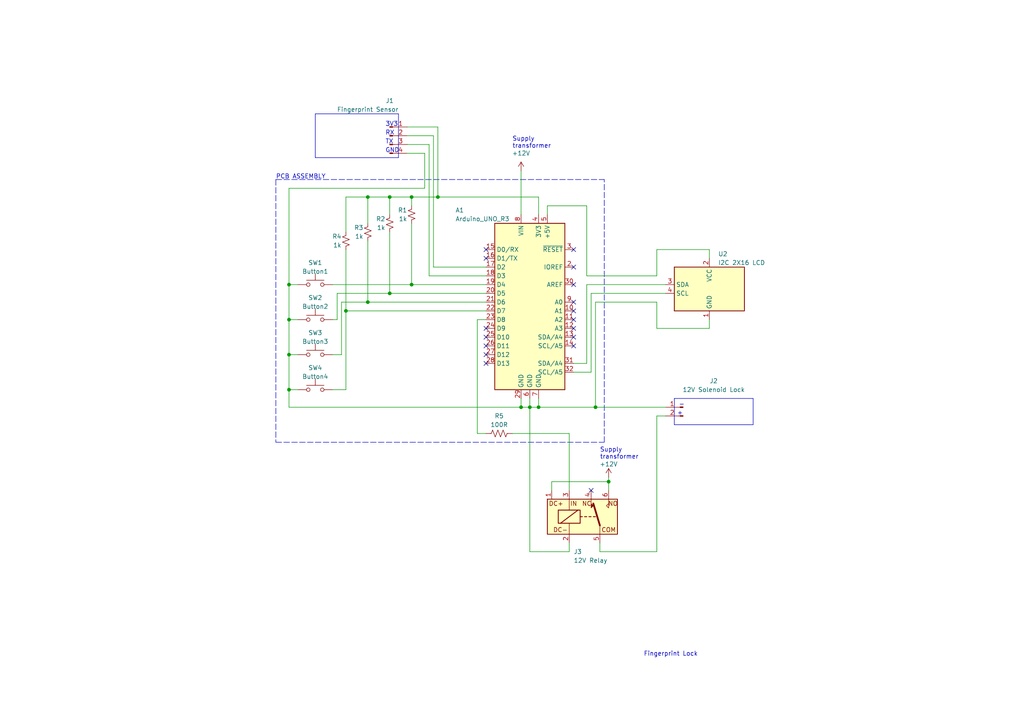
<source format=kicad_sch>
(kicad_sch (version 20211123) (generator eeschema)

  (uuid 320ddaa5-7127-4312-b78a-3a12faee174f)

  (paper "A4")

  (lib_symbols
    (symbol "Connector:Conn_01x02_Male" (pin_names (offset 1.016) hide) (in_bom yes) (on_board yes)
      (property "Reference" "J" (id 0) (at 0 2.54 0)
        (effects (font (size 1.27 1.27)))
      )
      (property "Value" "Conn_01x02_Male" (id 1) (at 0 -5.08 0)
        (effects (font (size 1.27 1.27)))
      )
      (property "Footprint" "" (id 2) (at 0 0 0)
        (effects (font (size 1.27 1.27)) hide)
      )
      (property "Datasheet" "~" (id 3) (at 0 0 0)
        (effects (font (size 1.27 1.27)) hide)
      )
      (property "ki_keywords" "connector" (id 4) (at 0 0 0)
        (effects (font (size 1.27 1.27)) hide)
      )
      (property "ki_description" "Generic connector, single row, 01x02, script generated (kicad-library-utils/schlib/autogen/connector/)" (id 5) (at 0 0 0)
        (effects (font (size 1.27 1.27)) hide)
      )
      (property "ki_fp_filters" "Connector*:*_1x??_*" (id 6) (at 0 0 0)
        (effects (font (size 1.27 1.27)) hide)
      )
      (symbol "Conn_01x02_Male_1_1"
        (polyline
          (pts
            (xy 1.27 -2.54)
            (xy 0.8636 -2.54)
          )
          (stroke (width 0.1524) (type default) (color 0 0 0 0))
          (fill (type none))
        )
        (polyline
          (pts
            (xy 1.27 0)
            (xy 0.8636 0)
          )
          (stroke (width 0.1524) (type default) (color 0 0 0 0))
          (fill (type none))
        )
        (rectangle (start 0.8636 -2.413) (end 0 -2.667)
          (stroke (width 0.1524) (type default) (color 0 0 0 0))
          (fill (type outline))
        )
        (rectangle (start 0.8636 0.127) (end 0 -0.127)
          (stroke (width 0.1524) (type default) (color 0 0 0 0))
          (fill (type outline))
        )
        (pin passive line (at 5.08 0 180) (length 3.81)
          (name "Pin_1" (effects (font (size 1.27 1.27))))
          (number "1" (effects (font (size 1.27 1.27))))
        )
        (pin passive line (at 5.08 -2.54 180) (length 3.81)
          (name "Pin_2" (effects (font (size 1.27 1.27))))
          (number "2" (effects (font (size 1.27 1.27))))
        )
      )
    )
    (symbol "Connector:Conn_01x04_Male" (pin_names (offset 1.016) hide) (in_bom yes) (on_board yes)
      (property "Reference" "J" (id 0) (at 0 5.08 0)
        (effects (font (size 1.27 1.27)))
      )
      (property "Value" "Conn_01x04_Male" (id 1) (at 0 -7.62 0)
        (effects (font (size 1.27 1.27)))
      )
      (property "Footprint" "" (id 2) (at 0 0 0)
        (effects (font (size 1.27 1.27)) hide)
      )
      (property "Datasheet" "~" (id 3) (at 0 0 0)
        (effects (font (size 1.27 1.27)) hide)
      )
      (property "ki_keywords" "connector" (id 4) (at 0 0 0)
        (effects (font (size 1.27 1.27)) hide)
      )
      (property "ki_description" "Generic connector, single row, 01x04, script generated (kicad-library-utils/schlib/autogen/connector/)" (id 5) (at 0 0 0)
        (effects (font (size 1.27 1.27)) hide)
      )
      (property "ki_fp_filters" "Connector*:*_1x??_*" (id 6) (at 0 0 0)
        (effects (font (size 1.27 1.27)) hide)
      )
      (symbol "Conn_01x04_Male_1_1"
        (polyline
          (pts
            (xy 1.27 -5.08)
            (xy 0.8636 -5.08)
          )
          (stroke (width 0.1524) (type default) (color 0 0 0 0))
          (fill (type none))
        )
        (polyline
          (pts
            (xy 1.27 -2.54)
            (xy 0.8636 -2.54)
          )
          (stroke (width 0.1524) (type default) (color 0 0 0 0))
          (fill (type none))
        )
        (polyline
          (pts
            (xy 1.27 0)
            (xy 0.8636 0)
          )
          (stroke (width 0.1524) (type default) (color 0 0 0 0))
          (fill (type none))
        )
        (polyline
          (pts
            (xy 1.27 2.54)
            (xy 0.8636 2.54)
          )
          (stroke (width 0.1524) (type default) (color 0 0 0 0))
          (fill (type none))
        )
        (rectangle (start 0.8636 -4.953) (end 0 -5.207)
          (stroke (width 0.1524) (type default) (color 0 0 0 0))
          (fill (type outline))
        )
        (rectangle (start 0.8636 -2.413) (end 0 -2.667)
          (stroke (width 0.1524) (type default) (color 0 0 0 0))
          (fill (type outline))
        )
        (rectangle (start 0.8636 0.127) (end 0 -0.127)
          (stroke (width 0.1524) (type default) (color 0 0 0 0))
          (fill (type outline))
        )
        (rectangle (start 0.8636 2.667) (end 0 2.413)
          (stroke (width 0.1524) (type default) (color 0 0 0 0))
          (fill (type outline))
        )
        (pin passive line (at 5.08 2.54 180) (length 3.81)
          (name "Pin_1" (effects (font (size 1.27 1.27))))
          (number "1" (effects (font (size 1.27 1.27))))
        )
        (pin passive line (at 5.08 0 180) (length 3.81)
          (name "Pin_2" (effects (font (size 1.27 1.27))))
          (number "2" (effects (font (size 1.27 1.27))))
        )
        (pin passive line (at 5.08 -2.54 180) (length 3.81)
          (name "Pin_3" (effects (font (size 1.27 1.27))))
          (number "3" (effects (font (size 1.27 1.27))))
        )
        (pin passive line (at 5.08 -5.08 180) (length 3.81)
          (name "Pin_4" (effects (font (size 1.27 1.27))))
          (number "4" (effects (font (size 1.27 1.27))))
        )
      )
    )
    (symbol "Device:R_Small_US" (pin_numbers hide) (pin_names (offset 0.254) hide) (in_bom yes) (on_board yes)
      (property "Reference" "R" (id 0) (at 0.762 0.508 0)
        (effects (font (size 1.27 1.27)) (justify left))
      )
      (property "Value" "R_Small_US" (id 1) (at 0.762 -1.016 0)
        (effects (font (size 1.27 1.27)) (justify left))
      )
      (property "Footprint" "" (id 2) (at 0 0 0)
        (effects (font (size 1.27 1.27)) hide)
      )
      (property "Datasheet" "~" (id 3) (at 0 0 0)
        (effects (font (size 1.27 1.27)) hide)
      )
      (property "ki_keywords" "r resistor" (id 4) (at 0 0 0)
        (effects (font (size 1.27 1.27)) hide)
      )
      (property "ki_description" "Resistor, small US symbol" (id 5) (at 0 0 0)
        (effects (font (size 1.27 1.27)) hide)
      )
      (property "ki_fp_filters" "R_*" (id 6) (at 0 0 0)
        (effects (font (size 1.27 1.27)) hide)
      )
      (symbol "R_Small_US_1_1"
        (polyline
          (pts
            (xy 0 0)
            (xy 1.016 -0.381)
            (xy 0 -0.762)
            (xy -1.016 -1.143)
            (xy 0 -1.524)
          )
          (stroke (width 0) (type default) (color 0 0 0 0))
          (fill (type none))
        )
        (polyline
          (pts
            (xy 0 1.524)
            (xy 1.016 1.143)
            (xy 0 0.762)
            (xy -1.016 0.381)
            (xy 0 0)
          )
          (stroke (width 0) (type default) (color 0 0 0 0))
          (fill (type none))
        )
        (pin passive line (at 0 2.54 270) (length 1.016)
          (name "~" (effects (font (size 1.27 1.27))))
          (number "1" (effects (font (size 1.27 1.27))))
        )
        (pin passive line (at 0 -2.54 90) (length 1.016)
          (name "~" (effects (font (size 1.27 1.27))))
          (number "2" (effects (font (size 1.27 1.27))))
        )
      )
    )
    (symbol "Device:R_US" (pin_numbers hide) (pin_names (offset 0)) (in_bom yes) (on_board yes)
      (property "Reference" "R" (id 0) (at 2.54 0 90)
        (effects (font (size 1.27 1.27)))
      )
      (property "Value" "R_US" (id 1) (at -2.54 0 90)
        (effects (font (size 1.27 1.27)))
      )
      (property "Footprint" "" (id 2) (at 1.016 -0.254 90)
        (effects (font (size 1.27 1.27)) hide)
      )
      (property "Datasheet" "~" (id 3) (at 0 0 0)
        (effects (font (size 1.27 1.27)) hide)
      )
      (property "ki_keywords" "R res resistor" (id 4) (at 0 0 0)
        (effects (font (size 1.27 1.27)) hide)
      )
      (property "ki_description" "Resistor, US symbol" (id 5) (at 0 0 0)
        (effects (font (size 1.27 1.27)) hide)
      )
      (property "ki_fp_filters" "R_*" (id 6) (at 0 0 0)
        (effects (font (size 1.27 1.27)) hide)
      )
      (symbol "R_US_0_1"
        (polyline
          (pts
            (xy 0 -2.286)
            (xy 0 -2.54)
          )
          (stroke (width 0) (type default) (color 0 0 0 0))
          (fill (type none))
        )
        (polyline
          (pts
            (xy 0 2.286)
            (xy 0 2.54)
          )
          (stroke (width 0) (type default) (color 0 0 0 0))
          (fill (type none))
        )
        (polyline
          (pts
            (xy 0 -0.762)
            (xy 1.016 -1.143)
            (xy 0 -1.524)
            (xy -1.016 -1.905)
            (xy 0 -2.286)
          )
          (stroke (width 0) (type default) (color 0 0 0 0))
          (fill (type none))
        )
        (polyline
          (pts
            (xy 0 0.762)
            (xy 1.016 0.381)
            (xy 0 0)
            (xy -1.016 -0.381)
            (xy 0 -0.762)
          )
          (stroke (width 0) (type default) (color 0 0 0 0))
          (fill (type none))
        )
        (polyline
          (pts
            (xy 0 2.286)
            (xy 1.016 1.905)
            (xy 0 1.524)
            (xy -1.016 1.143)
            (xy 0 0.762)
          )
          (stroke (width 0) (type default) (color 0 0 0 0))
          (fill (type none))
        )
      )
      (symbol "R_US_1_1"
        (pin passive line (at 0 3.81 270) (length 1.27)
          (name "~" (effects (font (size 1.27 1.27))))
          (number "1" (effects (font (size 1.27 1.27))))
        )
        (pin passive line (at 0 -3.81 90) (length 1.27)
          (name "~" (effects (font (size 1.27 1.27))))
          (number "2" (effects (font (size 1.27 1.27))))
        )
      )
    )
    (symbol "Display_Character:NHD-C0220BIZ" (in_bom yes) (on_board yes)
      (property "Reference" "U2" (id 0) (at 13.97 6.35 0)
        (effects (font (size 1.27 1.27)) (justify left))
      )
      (property "Value" "I2C 2X16 LCD" (id 1) (at 13.97 3.81 0)
        (effects (font (size 1.27 1.27)) (justify left))
      )
      (property "Footprint" "Display:NHD-C0220BiZ" (id 2) (at 2.54 -16.51 0)
        (effects (font (size 1.27 1.27)) hide)
      )
      (property "Datasheet" "http://www.newhavendisplay.com/specs/NHD-C0220BiZ-FSW-FBW-3V3M.pdf" (id 3) (at -8.89 29.21 0)
        (effects (font (size 1.27 1.27)) hide)
      )
      (property "ki_keywords" "display LCD 20x2" (id 4) (at 0 0 0)
        (effects (font (size 1.27 1.27)) hide)
      )
      (property "ki_description" "LCD 20x2 Alphanumeric 10pin Blue/White/Green Backlight, i2c, 3.3V VDD" (id 5) (at 0 0 0)
        (effects (font (size 1.27 1.27)) hide)
      )
      (property "ki_fp_filters" "NHD*C0220BiZ*" (id 6) (at 0 0 0)
        (effects (font (size 1.27 1.27)) hide)
      )
      (symbol "NHD-C0220BIZ_0_1"
        (rectangle (start -7.62 7.62) (end 12.7 -5.08)
          (stroke (width 0.254) (type default) (color 0 0 0 0))
          (fill (type background))
        )
      )
      (symbol "NHD-C0220BIZ_1_1"
        (pin passive line (at 2.54 -7.62 90) (length 2.54)
          (name "GND" (effects (font (size 1.27 1.27))))
          (number "1" (effects (font (size 1.27 1.27))))
        )
        (pin power_in line (at 2.54 10.16 270) (length 2.54)
          (name "VCC" (effects (font (size 1.27 1.27))))
          (number "2" (effects (font (size 1.27 1.27))))
        )
        (pin bidirectional line (at -10.16 2.54 0) (length 2.54)
          (name "SDA" (effects (font (size 1.27 1.27))))
          (number "3" (effects (font (size 1.27 1.27))))
        )
        (pin input line (at -10.16 0 0) (length 2.54)
          (name "SCL" (effects (font (size 1.27 1.27))))
          (number "4" (effects (font (size 1.27 1.27))))
        )
      )
    )
    (symbol "MCU_Module:Arduino_UNO_R3" (in_bom yes) (on_board yes)
      (property "Reference" "A" (id 0) (at -10.16 23.495 0)
        (effects (font (size 1.27 1.27)) (justify left bottom))
      )
      (property "Value" "Arduino_UNO_R3" (id 1) (at 5.08 -26.67 0)
        (effects (font (size 1.27 1.27)) (justify left top))
      )
      (property "Footprint" "Module:Arduino_UNO_R3" (id 2) (at 0 0 0)
        (effects (font (size 1.27 1.27) italic) hide)
      )
      (property "Datasheet" "https://www.arduino.cc/en/Main/arduinoBoardUno" (id 3) (at 0 0 0)
        (effects (font (size 1.27 1.27)) hide)
      )
      (property "ki_keywords" "Arduino UNO R3 Microcontroller Module Atmel AVR USB" (id 4) (at 0 0 0)
        (effects (font (size 1.27 1.27)) hide)
      )
      (property "ki_description" "Arduino UNO Microcontroller Module, release 3" (id 5) (at 0 0 0)
        (effects (font (size 1.27 1.27)) hide)
      )
      (property "ki_fp_filters" "Arduino*UNO*R3*" (id 6) (at 0 0 0)
        (effects (font (size 1.27 1.27)) hide)
      )
      (symbol "Arduino_UNO_R3_0_1"
        (rectangle (start -10.16 22.86) (end 10.16 -25.4)
          (stroke (width 0.254) (type default) (color 0 0 0 0))
          (fill (type background))
        )
      )
      (symbol "Arduino_UNO_R3_1_1"
        (pin no_connect line (at -10.16 -20.32 0) (length 2.54) hide
          (name "NC" (effects (font (size 1.27 1.27))))
          (number "1" (effects (font (size 1.27 1.27))))
        )
        (pin bidirectional line (at 12.7 -2.54 180) (length 2.54)
          (name "A1" (effects (font (size 1.27 1.27))))
          (number "10" (effects (font (size 1.27 1.27))))
        )
        (pin bidirectional line (at 12.7 -5.08 180) (length 2.54)
          (name "A2" (effects (font (size 1.27 1.27))))
          (number "11" (effects (font (size 1.27 1.27))))
        )
        (pin bidirectional line (at 12.7 -7.62 180) (length 2.54)
          (name "A3" (effects (font (size 1.27 1.27))))
          (number "12" (effects (font (size 1.27 1.27))))
        )
        (pin bidirectional line (at 12.7 -10.16 180) (length 2.54)
          (name "SDA/A4" (effects (font (size 1.27 1.27))))
          (number "13" (effects (font (size 1.27 1.27))))
        )
        (pin bidirectional line (at 12.7 -12.7 180) (length 2.54)
          (name "SCL/A5" (effects (font (size 1.27 1.27))))
          (number "14" (effects (font (size 1.27 1.27))))
        )
        (pin bidirectional line (at -12.7 15.24 0) (length 2.54)
          (name "D0/RX" (effects (font (size 1.27 1.27))))
          (number "15" (effects (font (size 1.27 1.27))))
        )
        (pin bidirectional line (at -12.7 12.7 0) (length 2.54)
          (name "D1/TX" (effects (font (size 1.27 1.27))))
          (number "16" (effects (font (size 1.27 1.27))))
        )
        (pin bidirectional line (at -12.7 10.16 0) (length 2.54)
          (name "D2" (effects (font (size 1.27 1.27))))
          (number "17" (effects (font (size 1.27 1.27))))
        )
        (pin bidirectional line (at -12.7 7.62 0) (length 2.54)
          (name "D3" (effects (font (size 1.27 1.27))))
          (number "18" (effects (font (size 1.27 1.27))))
        )
        (pin bidirectional line (at -12.7 5.08 0) (length 2.54)
          (name "D4" (effects (font (size 1.27 1.27))))
          (number "19" (effects (font (size 1.27 1.27))))
        )
        (pin output line (at 12.7 10.16 180) (length 2.54)
          (name "IOREF" (effects (font (size 1.27 1.27))))
          (number "2" (effects (font (size 1.27 1.27))))
        )
        (pin bidirectional line (at -12.7 2.54 0) (length 2.54)
          (name "D5" (effects (font (size 1.27 1.27))))
          (number "20" (effects (font (size 1.27 1.27))))
        )
        (pin bidirectional line (at -12.7 0 0) (length 2.54)
          (name "D6" (effects (font (size 1.27 1.27))))
          (number "21" (effects (font (size 1.27 1.27))))
        )
        (pin bidirectional line (at -12.7 -2.54 0) (length 2.54)
          (name "D7" (effects (font (size 1.27 1.27))))
          (number "22" (effects (font (size 1.27 1.27))))
        )
        (pin bidirectional line (at -12.7 -5.08 0) (length 2.54)
          (name "D8" (effects (font (size 1.27 1.27))))
          (number "23" (effects (font (size 1.27 1.27))))
        )
        (pin bidirectional line (at -12.7 -7.62 0) (length 2.54)
          (name "D9" (effects (font (size 1.27 1.27))))
          (number "24" (effects (font (size 1.27 1.27))))
        )
        (pin bidirectional line (at -12.7 -10.16 0) (length 2.54)
          (name "D10" (effects (font (size 1.27 1.27))))
          (number "25" (effects (font (size 1.27 1.27))))
        )
        (pin bidirectional line (at -12.7 -12.7 0) (length 2.54)
          (name "D11" (effects (font (size 1.27 1.27))))
          (number "26" (effects (font (size 1.27 1.27))))
        )
        (pin bidirectional line (at -12.7 -15.24 0) (length 2.54)
          (name "D12" (effects (font (size 1.27 1.27))))
          (number "27" (effects (font (size 1.27 1.27))))
        )
        (pin bidirectional line (at -12.7 -17.78 0) (length 2.54)
          (name "D13" (effects (font (size 1.27 1.27))))
          (number "28" (effects (font (size 1.27 1.27))))
        )
        (pin power_in line (at -2.54 -27.94 90) (length 2.54)
          (name "GND" (effects (font (size 1.27 1.27))))
          (number "29" (effects (font (size 1.27 1.27))))
        )
        (pin input line (at 12.7 15.24 180) (length 2.54)
          (name "~{RESET}" (effects (font (size 1.27 1.27))))
          (number "3" (effects (font (size 1.27 1.27))))
        )
        (pin input line (at 12.7 5.08 180) (length 2.54)
          (name "AREF" (effects (font (size 1.27 1.27))))
          (number "30" (effects (font (size 1.27 1.27))))
        )
        (pin bidirectional line (at 12.7 -17.78 180) (length 2.54)
          (name "SDA/A4" (effects (font (size 1.27 1.27))))
          (number "31" (effects (font (size 1.27 1.27))))
        )
        (pin bidirectional line (at 12.7 -20.32 180) (length 2.54)
          (name "SCL/A5" (effects (font (size 1.27 1.27))))
          (number "32" (effects (font (size 1.27 1.27))))
        )
        (pin power_out line (at 2.54 25.4 270) (length 2.54)
          (name "3V3" (effects (font (size 1.27 1.27))))
          (number "4" (effects (font (size 1.27 1.27))))
        )
        (pin power_out line (at 5.08 25.4 270) (length 2.54)
          (name "+5V" (effects (font (size 1.27 1.27))))
          (number "5" (effects (font (size 1.27 1.27))))
        )
        (pin power_in line (at 0 -27.94 90) (length 2.54)
          (name "GND" (effects (font (size 1.27 1.27))))
          (number "6" (effects (font (size 1.27 1.27))))
        )
        (pin power_in line (at 2.54 -27.94 90) (length 2.54)
          (name "GND" (effects (font (size 1.27 1.27))))
          (number "7" (effects (font (size 1.27 1.27))))
        )
        (pin power_in line (at -2.54 25.4 270) (length 2.54)
          (name "VIN" (effects (font (size 1.27 1.27))))
          (number "8" (effects (font (size 1.27 1.27))))
        )
        (pin bidirectional line (at 12.7 0 180) (length 2.54)
          (name "A0" (effects (font (size 1.27 1.27))))
          (number "9" (effects (font (size 1.27 1.27))))
        )
      )
    )
    (symbol "Relay:HF3-56" (in_bom yes) (on_board yes)
      (property "Reference" "J3" (id 0) (at -20.32 2.54 0)
        (effects (font (size 1.27 1.27)) (justify left))
      )
      (property "Value" "12V Relay" (id 1) (at -20.32 0 0)
        (effects (font (size 1.27 1.27)) (justify left))
      )
      (property "Footprint" "Relay_SMD:Relay_SPDT_AXICOM_HF3Series_50ohms_Pitch1.27mm" (id 2) (at 16.51 -20.32 0)
        (effects (font (size 1.27 1.27)) hide)
      )
      (property "Datasheet" "http://hiqsdr.com/images/3/3e/Axicom-HF3.pdf" (id 3) (at 10.16 -22.86 0)
        (effects (font (size 1.27 1.27)) hide)
      )
      (property "ki_keywords" "Single Pole Relay SPDT" (id 4) (at 0 0 0)
        (effects (font (size 1.27 1.27)) hide)
      )
      (property "ki_description" "AXICOM HF3 relay, 3GHz, SPDT RF Switching Relay, 50ohm, 12Vdc, Single-Side Stable" (id 5) (at 0 0 0)
        (effects (font (size 1.27 1.27)) hide)
      )
      (property "ki_fp_filters" "Relay*SPDT*AXICOM*HF3Series*50ohms*Pitch1.27mm*" (id 6) (at 0 0 0)
        (effects (font (size 1.27 1.27)) hide)
      )
      (symbol "HF3-56_0_0"
        (polyline
          (pts
            (xy 7.62 5.08)
            (xy 7.62 2.54)
            (xy 6.985 3.175)
            (xy 7.62 3.81)
          )
          (stroke (width 0) (type default) (color 0 0 0 0))
          (fill (type none))
        )
        (text "COM" (at 7.62 -3.81 0)
          (effects (font (size 1.27 1.27)))
        )
        (text "DC+" (at -7.62 3.81 0)
          (effects (font (size 1.27 1.27)))
        )
        (text "DC-" (at -6.35 -3.81 0)
          (effects (font (size 1.27 1.27)))
        )
        (text "IN" (at -2.54 3.81 0)
          (effects (font (size 1.27 1.27)))
        )
        (text "NC" (at 1.27 3.81 0)
          (effects (font (size 1.27 1.27)))
        )
        (text "NO" (at 8.89 3.81 0)
          (effects (font (size 1.27 1.27)))
        )
      )
      (symbol "HF3-56_0_1"
        (rectangle (start -10.16 5.08) (end 10.16 -5.08)
          (stroke (width 0.254) (type default) (color 0 0 0 0))
          (fill (type background))
        )
        (rectangle (start -6.985 1.905) (end -0.635 -1.905)
          (stroke (width 0.254) (type default) (color 0 0 0 0))
          (fill (type none))
        )
        (polyline
          (pts
            (xy -6.35 -1.905)
            (xy -1.27 1.905)
          )
          (stroke (width 0.254) (type default) (color 0 0 0 0))
          (fill (type none))
        )
        (polyline
          (pts
            (xy -3.81 -5.08)
            (xy -3.81 -1.905)
          )
          (stroke (width 0) (type default) (color 0 0 0 0))
          (fill (type none))
        )
        (polyline
          (pts
            (xy -3.81 5.08)
            (xy -3.81 1.905)
          )
          (stroke (width 0) (type default) (color 0 0 0 0))
          (fill (type none))
        )
        (polyline
          (pts
            (xy -0.635 0)
            (xy 0 0)
          )
          (stroke (width 0.254) (type default) (color 0 0 0 0))
          (fill (type none))
        )
        (polyline
          (pts
            (xy 0.635 0)
            (xy 1.27 0)
          )
          (stroke (width 0.254) (type default) (color 0 0 0 0))
          (fill (type none))
        )
        (polyline
          (pts
            (xy 1.905 0)
            (xy 2.54 0)
          )
          (stroke (width 0.254) (type default) (color 0 0 0 0))
          (fill (type none))
        )
        (polyline
          (pts
            (xy 3.175 0)
            (xy 3.81 0)
          )
          (stroke (width 0.254) (type default) (color 0 0 0 0))
          (fill (type none))
        )
        (polyline
          (pts
            (xy 5.08 -2.54)
            (xy 3.175 3.81)
          )
          (stroke (width 0.508) (type default) (color 0 0 0 0))
          (fill (type none))
        )
        (polyline
          (pts
            (xy 5.08 -2.54)
            (xy 5.08 -5.08)
          )
          (stroke (width 0) (type default) (color 0 0 0 0))
          (fill (type none))
        )
        (polyline
          (pts
            (xy 2.54 5.08)
            (xy 2.54 2.54)
            (xy 3.175 3.175)
            (xy 2.54 3.81)
          )
          (stroke (width 0) (type default) (color 0 0 0 0))
          (fill (type outline))
        )
      )
      (symbol "HF3-56_1_1"
        (pin power_in line (at -8.89 7.62 270) (length 2.54)
          (name "~" (effects (font (size 1.27 1.27))))
          (number "1" (effects (font (size 1.27 1.27))))
        )
        (pin passive line (at -3.81 -7.62 90) (length 2.54)
          (name "~" (effects (font (size 1.27 1.27))))
          (number "2" (effects (font (size 1.27 1.27))))
        )
        (pin passive line (at -3.81 7.62 270) (length 2.54)
          (name "~" (effects (font (size 1.27 1.27))))
          (number "3" (effects (font (size 1.27 1.27))))
        )
        (pin passive line (at 2.54 7.62 270) (length 2.54)
          (name "~" (effects (font (size 1.27 1.27))))
          (number "4" (effects (font (size 1.27 1.27))))
        )
        (pin passive line (at 5.08 -7.62 90) (length 2.54)
          (name "~" (effects (font (size 1.27 1.27))))
          (number "5" (effects (font (size 1.27 1.27))))
        )
        (pin passive line (at 7.62 7.62 270) (length 2.54)
          (name "~" (effects (font (size 1.27 1.27))))
          (number "6" (effects (font (size 1.27 1.27))))
        )
      )
    )
    (symbol "Switch:SW_Push" (pin_numbers hide) (pin_names (offset 1.016) hide) (in_bom yes) (on_board yes)
      (property "Reference" "SW" (id 0) (at 1.27 2.54 0)
        (effects (font (size 1.27 1.27)) (justify left))
      )
      (property "Value" "SW_Push" (id 1) (at 0 -1.524 0)
        (effects (font (size 1.27 1.27)))
      )
      (property "Footprint" "" (id 2) (at 0 5.08 0)
        (effects (font (size 1.27 1.27)) hide)
      )
      (property "Datasheet" "~" (id 3) (at 0 5.08 0)
        (effects (font (size 1.27 1.27)) hide)
      )
      (property "ki_keywords" "switch normally-open pushbutton push-button" (id 4) (at 0 0 0)
        (effects (font (size 1.27 1.27)) hide)
      )
      (property "ki_description" "Push button switch, generic, two pins" (id 5) (at 0 0 0)
        (effects (font (size 1.27 1.27)) hide)
      )
      (symbol "SW_Push_0_1"
        (circle (center -2.032 0) (radius 0.508)
          (stroke (width 0) (type default) (color 0 0 0 0))
          (fill (type none))
        )
        (polyline
          (pts
            (xy 0 1.27)
            (xy 0 3.048)
          )
          (stroke (width 0) (type default) (color 0 0 0 0))
          (fill (type none))
        )
        (polyline
          (pts
            (xy 2.54 1.27)
            (xy -2.54 1.27)
          )
          (stroke (width 0) (type default) (color 0 0 0 0))
          (fill (type none))
        )
        (circle (center 2.032 0) (radius 0.508)
          (stroke (width 0) (type default) (color 0 0 0 0))
          (fill (type none))
        )
        (pin passive line (at -5.08 0 0) (length 2.54)
          (name "1" (effects (font (size 1.27 1.27))))
          (number "1" (effects (font (size 1.27 1.27))))
        )
        (pin passive line (at 5.08 0 180) (length 2.54)
          (name "2" (effects (font (size 1.27 1.27))))
          (number "2" (effects (font (size 1.27 1.27))))
        )
      )
    )
    (symbol "power:+12V" (power) (pin_names (offset 0)) (in_bom yes) (on_board yes)
      (property "Reference" "#PWR" (id 0) (at 0 -3.81 0)
        (effects (font (size 1.27 1.27)) hide)
      )
      (property "Value" "+12V" (id 1) (at 0 3.556 0)
        (effects (font (size 1.27 1.27)))
      )
      (property "Footprint" "" (id 2) (at 0 0 0)
        (effects (font (size 1.27 1.27)) hide)
      )
      (property "Datasheet" "" (id 3) (at 0 0 0)
        (effects (font (size 1.27 1.27)) hide)
      )
      (property "ki_keywords" "power-flag" (id 4) (at 0 0 0)
        (effects (font (size 1.27 1.27)) hide)
      )
      (property "ki_description" "Power symbol creates a global label with name \"+12V\"" (id 5) (at 0 0 0)
        (effects (font (size 1.27 1.27)) hide)
      )
      (symbol "+12V_0_1"
        (polyline
          (pts
            (xy -0.762 1.27)
            (xy 0 2.54)
          )
          (stroke (width 0) (type default) (color 0 0 0 0))
          (fill (type none))
        )
        (polyline
          (pts
            (xy 0 0)
            (xy 0 2.54)
          )
          (stroke (width 0) (type default) (color 0 0 0 0))
          (fill (type none))
        )
        (polyline
          (pts
            (xy 0 2.54)
            (xy 0.762 1.27)
          )
          (stroke (width 0) (type default) (color 0 0 0 0))
          (fill (type none))
        )
      )
      (symbol "+12V_1_1"
        (pin power_in line (at 0 0 90) (length 0) hide
          (name "+12V" (effects (font (size 1.27 1.27))))
          (number "1" (effects (font (size 1.27 1.27))))
        )
      )
    )
  )

  (junction (at 113.03 85.09) (diameter 0) (color 0 0 0 0)
    (uuid 04919992-7e84-4f35-a723-ac22004d3f25)
  )
  (junction (at 153.67 118.11) (diameter 0) (color 0 0 0 0)
    (uuid 09132eb7-fe25-45fe-946d-5da7e111a8fe)
  )
  (junction (at 83.82 82.55) (diameter 0) (color 0 0 0 0)
    (uuid 138a96f4-6793-4131-a26b-13889ba68580)
  )
  (junction (at 119.38 82.55) (diameter 0) (color 0 0 0 0)
    (uuid 1636f868-82ca-4ccf-b679-cc38b337af9b)
  )
  (junction (at 176.53 139.7) (diameter 0) (color 0 0 0 0)
    (uuid 41b8269a-30b8-445c-a83d-8269461ee058)
  )
  (junction (at 113.03 57.15) (diameter 0) (color 0 0 0 0)
    (uuid 48465d2a-4752-4f91-ab6e-a7ba636d01eb)
  )
  (junction (at 106.68 57.15) (diameter 0) (color 0 0 0 0)
    (uuid 57d1943e-2d8c-4cf9-9e77-32c13600654c)
  )
  (junction (at 83.82 102.87) (diameter 0) (color 0 0 0 0)
    (uuid 6bc22431-92ca-4d32-950b-5129dc2536ed)
  )
  (junction (at 127 57.15) (diameter 0) (color 0 0 0 0)
    (uuid 722eb957-bd15-4a29-9e09-52f9fa52fef8)
  )
  (junction (at 106.68 87.63) (diameter 0) (color 0 0 0 0)
    (uuid 782c8d51-b287-4759-b937-a89e90cef009)
  )
  (junction (at 83.82 92.71) (diameter 0) (color 0 0 0 0)
    (uuid 8008c7b4-21c3-49f5-af79-d32d67822cf8)
  )
  (junction (at 83.82 113.03) (diameter 0) (color 0 0 0 0)
    (uuid ac280f66-815b-461a-ac73-49bbc7968b11)
  )
  (junction (at 156.21 118.11) (diameter 0) (color 0 0 0 0)
    (uuid ae160713-d7a9-4a52-96ec-e1fb3a200de3)
  )
  (junction (at 100.33 90.17) (diameter 0) (color 0 0 0 0)
    (uuid b6606d40-9ab7-4fd9-b966-17446a601133)
  )
  (junction (at 172.72 118.11) (diameter 0) (color 0 0 0 0)
    (uuid c9300831-9dcd-4bef-9f9e-5eb3019bb073)
  )
  (junction (at 151.13 118.11) (diameter 0) (color 0 0 0 0)
    (uuid cb5ee15a-81b8-4cbe-a703-cc936f429557)
  )
  (junction (at 119.38 57.15) (diameter 0) (color 0 0 0 0)
    (uuid e22c4c97-17a1-42e7-bf99-fca3458ee374)
  )

  (no_connect (at 171.45 142.24) (uuid 38f713d5-8e5e-4117-908b-b9edc7532650))
  (no_connect (at 166.37 95.25) (uuid 47c74064-a35d-4bff-ba3d-80d2ce73ffe5))
  (no_connect (at 166.37 72.39) (uuid 62c67db6-73cc-4636-8693-6ec27e7c34a8))
  (no_connect (at 166.37 77.47) (uuid 62c67db6-73cc-4636-8693-6ec27e7c34a9))
  (no_connect (at 140.97 74.93) (uuid 62c67db6-73cc-4636-8693-6ec27e7c34aa))
  (no_connect (at 140.97 72.39) (uuid 62c67db6-73cc-4636-8693-6ec27e7c34ab))
  (no_connect (at 140.97 105.41) (uuid 62c67db6-73cc-4636-8693-6ec27e7c34ac))
  (no_connect (at 140.97 102.87) (uuid 62c67db6-73cc-4636-8693-6ec27e7c34ad))
  (no_connect (at 166.37 97.79) (uuid 62c67db6-73cc-4636-8693-6ec27e7c34af))
  (no_connect (at 166.37 100.33) (uuid 62c67db6-73cc-4636-8693-6ec27e7c34b0))
  (no_connect (at 166.37 82.55) (uuid 62c67db6-73cc-4636-8693-6ec27e7c34b1))
  (no_connect (at 140.97 100.33) (uuid 62c67db6-73cc-4636-8693-6ec27e7c34b2))
  (no_connect (at 140.97 95.25) (uuid 62c67db6-73cc-4636-8693-6ec27e7c34b7))
  (no_connect (at 140.97 97.79) (uuid 62c67db6-73cc-4636-8693-6ec27e7c34b8))
  (no_connect (at 166.37 87.63) (uuid 62f1f148-64f3-47bf-be50-bac914e8a157))
  (no_connect (at 166.37 92.71) (uuid 7a595a0e-8bae-423b-9dbb-c6a24fa4e3c8))
  (no_connect (at 166.37 90.17) (uuid c434cb81-f106-44b3-8d25-d41760e3f757))

  (wire (pts (xy 127 36.83) (xy 127 57.15))
    (stroke (width 0) (type default) (color 0 0 0 0))
    (uuid 02304ff3-7a6e-4498-a61d-8ef70ab12f05)
  )
  (wire (pts (xy 96.52 82.55) (xy 119.38 82.55))
    (stroke (width 0) (type default) (color 0 0 0 0))
    (uuid 07663862-3a09-430a-a258-e8eebae8bfb0)
  )
  (wire (pts (xy 96.52 102.87) (xy 99.06 102.87))
    (stroke (width 0) (type default) (color 0 0 0 0))
    (uuid 0787e074-1157-43ce-897a-93f53a8329a0)
  )
  (wire (pts (xy 106.68 69.85) (xy 106.68 87.63))
    (stroke (width 0) (type default) (color 0 0 0 0))
    (uuid 09ddb338-3537-4fad-adfd-2b294fa2dfba)
  )
  (wire (pts (xy 83.82 92.71) (xy 83.82 102.87))
    (stroke (width 0) (type default) (color 0 0 0 0))
    (uuid 10e2bbde-2808-477b-95b3-80fd36b734f0)
  )
  (wire (pts (xy 156.21 57.15) (xy 156.21 62.23))
    (stroke (width 0) (type default) (color 0 0 0 0))
    (uuid 115d8f0c-e02c-4bd8-9eaf-7306c519b99d)
  )
  (wire (pts (xy 100.33 113.03) (xy 100.33 90.17))
    (stroke (width 0) (type default) (color 0 0 0 0))
    (uuid 11f1c748-554c-459a-8589-c7541a6ec4f2)
  )
  (wire (pts (xy 83.82 54.61) (xy 83.82 82.55))
    (stroke (width 0) (type default) (color 0 0 0 0))
    (uuid 1356317c-5a23-41cf-854d-a5ae5cad70bc)
  )
  (wire (pts (xy 97.79 85.09) (xy 113.03 85.09))
    (stroke (width 0) (type default) (color 0 0 0 0))
    (uuid 14741961-228d-43e2-974a-05d6b234eed1)
  )
  (wire (pts (xy 193.04 120.65) (xy 190.5 120.65))
    (stroke (width 0) (type default) (color 0 0 0 0))
    (uuid 166046e0-467e-4e26-9e94-f1629ce893fe)
  )
  (wire (pts (xy 119.38 82.55) (xy 140.97 82.55))
    (stroke (width 0) (type default) (color 0 0 0 0))
    (uuid 17f32861-b0bf-41e4-b6fd-6efb26e2c83c)
  )
  (wire (pts (xy 113.03 57.15) (xy 119.38 57.15))
    (stroke (width 0) (type default) (color 0 0 0 0))
    (uuid 1a437dc7-d515-4868-a137-b9d631cfc42a)
  )
  (wire (pts (xy 190.5 72.39) (xy 205.74 72.39))
    (stroke (width 0) (type default) (color 0 0 0 0))
    (uuid 1b122868-b970-499f-b1a1-5bc8ceebfad3)
  )
  (wire (pts (xy 127 57.15) (xy 156.21 57.15))
    (stroke (width 0) (type default) (color 0 0 0 0))
    (uuid 1b439dee-f2b7-4d5d-b5a0-34f992b95b1b)
  )
  (wire (pts (xy 171.45 107.95) (xy 171.45 85.09))
    (stroke (width 0) (type default) (color 0 0 0 0))
    (uuid 1cdb3b8e-5d69-4b71-b64b-c8bc393c39b9)
  )
  (wire (pts (xy 170.18 82.55) (xy 193.04 82.55))
    (stroke (width 0) (type default) (color 0 0 0 0))
    (uuid 1d3de5de-bd98-4634-8341-891b97adbc7e)
  )
  (wire (pts (xy 190.5 120.65) (xy 190.5 160.02))
    (stroke (width 0) (type default) (color 0 0 0 0))
    (uuid 1faa931d-9e38-4bf3-a212-63ff16bbb3d7)
  )
  (polyline (pts (xy 91.44 33.02) (xy 115.57 33.02))
    (stroke (width 0) (type solid) (color 0 0 0 0))
    (uuid 1fb7354e-5ba8-4432-8a24-726698224c2a)
  )

  (wire (pts (xy 106.68 57.15) (xy 106.68 64.77))
    (stroke (width 0) (type default) (color 0 0 0 0))
    (uuid 243f63ef-d5a5-44e3-a333-d527565a3f05)
  )
  (wire (pts (xy 86.36 113.03) (xy 83.82 113.03))
    (stroke (width 0) (type default) (color 0 0 0 0))
    (uuid 24702fa3-b0e3-46a5-aab2-5ec018e6c73d)
  )
  (wire (pts (xy 170.18 80.01) (xy 190.5 80.01))
    (stroke (width 0) (type default) (color 0 0 0 0))
    (uuid 2573f9ca-31b7-4c5c-946a-8640f673741b)
  )
  (wire (pts (xy 205.74 95.25) (xy 205.74 92.71))
    (stroke (width 0) (type default) (color 0 0 0 0))
    (uuid 25c7cc32-26a8-4395-960f-866fc0fa48ea)
  )
  (polyline (pts (xy 91.44 45.72) (xy 91.44 33.02))
    (stroke (width 0) (type solid) (color 0 0 0 0))
    (uuid 275f13b7-0753-4478-97db-2ea5bbac2447)
  )

  (wire (pts (xy 119.38 57.15) (xy 127 57.15))
    (stroke (width 0) (type default) (color 0 0 0 0))
    (uuid 279a6a44-5c0d-4c49-98c0-31e7e060cd2e)
  )
  (wire (pts (xy 190.5 72.39) (xy 190.5 80.01))
    (stroke (width 0) (type default) (color 0 0 0 0))
    (uuid 2dfac21d-8770-470b-b521-f6b152e9713f)
  )
  (wire (pts (xy 106.68 57.15) (xy 113.03 57.15))
    (stroke (width 0) (type default) (color 0 0 0 0))
    (uuid 3659a7f8-2d26-45d4-b903-c2cd53987067)
  )
  (polyline (pts (xy 175.26 128.27) (xy 175.26 52.07))
    (stroke (width 0) (type dash) (color 0 0 0 0))
    (uuid 36e87bb9-0a87-4ed2-9776-3846ec8ae44d)
  )

  (wire (pts (xy 119.38 64.77) (xy 119.38 82.55))
    (stroke (width 0) (type default) (color 0 0 0 0))
    (uuid 3a18d796-1234-4450-9d18-07bc0cefd07d)
  )
  (wire (pts (xy 151.13 118.11) (xy 83.82 118.11))
    (stroke (width 0) (type default) (color 0 0 0 0))
    (uuid 3afae7cc-9f4b-42fd-a462-740ff20614dc)
  )
  (wire (pts (xy 151.13 118.11) (xy 153.67 118.11))
    (stroke (width 0) (type default) (color 0 0 0 0))
    (uuid 3d83a7db-4a01-40e8-8163-3c71bee16900)
  )
  (wire (pts (xy 190.5 95.25) (xy 205.74 95.25))
    (stroke (width 0) (type default) (color 0 0 0 0))
    (uuid 3eca318d-6ea6-45c3-bf5c-a98e694d46b9)
  )
  (wire (pts (xy 170.18 59.69) (xy 170.18 80.01))
    (stroke (width 0) (type default) (color 0 0 0 0))
    (uuid 3f4d131c-0e29-41f3-afbd-8e6d7768fed3)
  )
  (wire (pts (xy 113.03 57.15) (xy 113.03 62.23))
    (stroke (width 0) (type default) (color 0 0 0 0))
    (uuid 41657d9d-64a1-4b5c-84ed-464037005cc6)
  )
  (wire (pts (xy 190.5 87.63) (xy 190.5 95.25))
    (stroke (width 0) (type default) (color 0 0 0 0))
    (uuid 43662a28-e9c3-443e-8698-d5874a39b5de)
  )
  (wire (pts (xy 83.82 54.61) (xy 123.19 54.61))
    (stroke (width 0) (type default) (color 0 0 0 0))
    (uuid 4393b79c-731a-4b31-9691-f7764114ea49)
  )
  (wire (pts (xy 100.33 90.17) (xy 140.97 90.17))
    (stroke (width 0) (type default) (color 0 0 0 0))
    (uuid 47a1d426-865d-4b15-b854-124b27895326)
  )
  (polyline (pts (xy 80.01 52.07) (xy 175.26 52.07))
    (stroke (width 0) (type default) (color 0 0 0 0))
    (uuid 4b3c928d-be7e-4181-817c-69ca9a304ec2)
  )

  (wire (pts (xy 173.99 160.02) (xy 190.5 160.02))
    (stroke (width 0) (type default) (color 0 0 0 0))
    (uuid 4f33b3d7-ef82-411f-9bb4-1a1b4d14f099)
  )
  (wire (pts (xy 100.33 57.15) (xy 100.33 67.31))
    (stroke (width 0) (type default) (color 0 0 0 0))
    (uuid 4f735119-50dc-4306-abd1-a7a4a60366d9)
  )
  (wire (pts (xy 113.03 67.31) (xy 113.03 85.09))
    (stroke (width 0) (type default) (color 0 0 0 0))
    (uuid 5551d861-17b3-447f-8935-788bda1f4232)
  )
  (polyline (pts (xy 195.58 123.19) (xy 218.44 123.19))
    (stroke (width 0) (type solid) (color 0 0 0 0))
    (uuid 58de5230-5b55-488f-b1a7-6b93419feabc)
  )

  (wire (pts (xy 83.82 102.87) (xy 83.82 113.03))
    (stroke (width 0) (type default) (color 0 0 0 0))
    (uuid 5a5201df-12a5-48ab-8a59-da2a8b4b89d4)
  )
  (wire (pts (xy 156.21 115.57) (xy 156.21 118.11))
    (stroke (width 0) (type default) (color 0 0 0 0))
    (uuid 604c8f68-7ab9-4ebb-a4ff-b3a360a05239)
  )
  (wire (pts (xy 205.74 72.39) (xy 205.74 74.93))
    (stroke (width 0) (type default) (color 0 0 0 0))
    (uuid 605740b4-3202-437a-be9d-268cf6e2fe4e)
  )
  (wire (pts (xy 172.72 87.63) (xy 172.72 118.11))
    (stroke (width 0) (type default) (color 0 0 0 0))
    (uuid 617aa12b-0bad-4204-bf80-4915be6483c8)
  )
  (wire (pts (xy 171.45 85.09) (xy 193.04 85.09))
    (stroke (width 0) (type default) (color 0 0 0 0))
    (uuid 63905151-69cb-448c-9051-ab718593c771)
  )
  (wire (pts (xy 153.67 118.11) (xy 156.21 118.11))
    (stroke (width 0) (type default) (color 0 0 0 0))
    (uuid 6471448a-753d-40c6-9957-d775a487ba43)
  )
  (wire (pts (xy 138.43 92.71) (xy 140.97 92.71))
    (stroke (width 0) (type default) (color 0 0 0 0))
    (uuid 69477f7c-f7c1-43e3-9823-39216c3e492f)
  )
  (polyline (pts (xy 218.44 123.19) (xy 218.44 115.57))
    (stroke (width 0) (type solid) (color 0 0 0 0))
    (uuid 6e7e2d09-c7fe-4d40-8437-6d01954421c7)
  )

  (wire (pts (xy 151.13 49.53) (xy 151.13 62.23))
    (stroke (width 0) (type default) (color 0 0 0 0))
    (uuid 70056e46-6041-4272-92d9-a1e8466e08a9)
  )
  (wire (pts (xy 96.52 92.71) (xy 97.79 92.71))
    (stroke (width 0) (type default) (color 0 0 0 0))
    (uuid 755e02c9-675d-41af-9d90-d5770e1acdea)
  )
  (polyline (pts (xy 195.58 115.57) (xy 195.58 123.19))
    (stroke (width 0) (type solid) (color 0 0 0 0))
    (uuid 7748cfdf-8d59-4012-8509-d4ec2ce29c29)
  )

  (wire (pts (xy 99.06 102.87) (xy 99.06 87.63))
    (stroke (width 0) (type default) (color 0 0 0 0))
    (uuid 79ff1b29-54d9-411b-ace8-438d340acb83)
  )
  (wire (pts (xy 113.03 85.09) (xy 140.97 85.09))
    (stroke (width 0) (type default) (color 0 0 0 0))
    (uuid 7c4392b8-b053-4c43-9aca-9aa470b07e5f)
  )
  (wire (pts (xy 83.82 82.55) (xy 83.82 92.71))
    (stroke (width 0) (type default) (color 0 0 0 0))
    (uuid 7d202e3c-3f5e-485f-a698-a65c58764bb7)
  )
  (polyline (pts (xy 115.57 45.72) (xy 91.44 45.72))
    (stroke (width 0) (type solid) (color 0 0 0 0))
    (uuid 86e5822c-b040-4825-80bf-f7a223fc57ee)
  )
  (polyline (pts (xy 195.58 115.57) (xy 218.44 115.57))
    (stroke (width 0) (type solid) (color 0 0 0 0))
    (uuid 8709ab75-c5ba-41da-a2a9-5d96699c9627)
  )

  (wire (pts (xy 166.37 107.95) (xy 171.45 107.95))
    (stroke (width 0) (type default) (color 0 0 0 0))
    (uuid 885a732d-b778-4199-b6d1-51a01e8e7fc6)
  )
  (wire (pts (xy 86.36 92.71) (xy 83.82 92.71))
    (stroke (width 0) (type default) (color 0 0 0 0))
    (uuid 8887ba08-3865-46a4-88d9-489277ea5c9d)
  )
  (wire (pts (xy 138.43 125.73) (xy 138.43 92.71))
    (stroke (width 0) (type default) (color 0 0 0 0))
    (uuid 88e94b49-7e48-466a-98b7-86fd5741db39)
  )
  (wire (pts (xy 165.1 160.02) (xy 165.1 157.48))
    (stroke (width 0) (type default) (color 0 0 0 0))
    (uuid 8e5606be-058d-412d-b9d1-3dc8488cac2a)
  )
  (wire (pts (xy 151.13 118.11) (xy 151.13 115.57))
    (stroke (width 0) (type default) (color 0 0 0 0))
    (uuid 8f77ada7-2f7a-4c53-8102-aed0c0b7aa1e)
  )
  (wire (pts (xy 86.36 82.55) (xy 83.82 82.55))
    (stroke (width 0) (type default) (color 0 0 0 0))
    (uuid 91be7bf7-b715-4d62-92bb-56d7ffbbf98d)
  )
  (wire (pts (xy 158.75 59.69) (xy 170.18 59.69))
    (stroke (width 0) (type default) (color 0 0 0 0))
    (uuid 922383df-59d8-47f9-9952-056710067230)
  )
  (wire (pts (xy 153.67 160.02) (xy 165.1 160.02))
    (stroke (width 0) (type default) (color 0 0 0 0))
    (uuid 923dcfec-d349-45d7-9142-391c94e5ce95)
  )
  (wire (pts (xy 153.67 115.57) (xy 153.67 118.11))
    (stroke (width 0) (type default) (color 0 0 0 0))
    (uuid 93603d7c-3105-4359-b032-8cb92affda9f)
  )
  (polyline (pts (xy 80.01 128.27) (xy 175.26 128.27))
    (stroke (width 0) (type default) (color 0 0 0 0))
    (uuid 9abc45ab-7810-4a52-9bd8-438da36644f6)
  )

  (wire (pts (xy 123.19 44.45) (xy 118.11 44.45))
    (stroke (width 0) (type default) (color 0 0 0 0))
    (uuid 9dfbe21f-169e-499d-a804-bd51768d0c1f)
  )
  (wire (pts (xy 170.18 105.41) (xy 170.18 82.55))
    (stroke (width 0) (type default) (color 0 0 0 0))
    (uuid 9f2ffe6e-211a-4b38-b0df-f07d67b96fb4)
  )
  (polyline (pts (xy 115.57 33.02) (xy 115.57 45.72))
    (stroke (width 0) (type solid) (color 0 0 0 0))
    (uuid a218b196-6875-4129-9464-24d6f6978215)
  )

  (wire (pts (xy 97.79 92.71) (xy 97.79 85.09))
    (stroke (width 0) (type default) (color 0 0 0 0))
    (uuid ab6aa6e0-ba3a-4f54-8624-f0a8f2235780)
  )
  (wire (pts (xy 125.73 39.37) (xy 118.11 39.37))
    (stroke (width 0) (type default) (color 0 0 0 0))
    (uuid abd1470c-e1bc-4e7a-9bd1-23099599f036)
  )
  (wire (pts (xy 156.21 118.11) (xy 172.72 118.11))
    (stroke (width 0) (type default) (color 0 0 0 0))
    (uuid ac85977a-2761-4d11-9818-5070493ecda3)
  )
  (wire (pts (xy 158.75 62.23) (xy 158.75 59.69))
    (stroke (width 0) (type default) (color 0 0 0 0))
    (uuid af425353-b0bb-4386-b674-83c08237d608)
  )
  (wire (pts (xy 172.72 87.63) (xy 190.5 87.63))
    (stroke (width 0) (type default) (color 0 0 0 0))
    (uuid b03f1b20-5df6-489b-abb5-647dfdfdd50b)
  )
  (wire (pts (xy 124.46 41.91) (xy 124.46 80.01))
    (stroke (width 0) (type default) (color 0 0 0 0))
    (uuid b0e4f464-0096-4082-9ea8-a5fdfb2c43c5)
  )
  (wire (pts (xy 124.46 41.91) (xy 118.11 41.91))
    (stroke (width 0) (type default) (color 0 0 0 0))
    (uuid b748bba7-c515-4989-a270-145ac0ca76e4)
  )
  (wire (pts (xy 123.19 54.61) (xy 123.19 44.45))
    (stroke (width 0) (type default) (color 0 0 0 0))
    (uuid b77cf846-302c-43bc-9c27-955eab2e0cca)
  )
  (wire (pts (xy 119.38 57.15) (xy 119.38 59.69))
    (stroke (width 0) (type default) (color 0 0 0 0))
    (uuid be641d87-8bff-4af5-8a2a-358555d316a8)
  )
  (wire (pts (xy 176.53 138.43) (xy 176.53 139.7))
    (stroke (width 0) (type default) (color 0 0 0 0))
    (uuid bf28a208-22f3-48fc-af0a-0a6e22d85bbc)
  )
  (wire (pts (xy 172.72 118.11) (xy 193.04 118.11))
    (stroke (width 0) (type default) (color 0 0 0 0))
    (uuid bfb62d0d-ef23-4950-ac71-eb6dd13854e1)
  )
  (polyline (pts (xy 80.01 52.07) (xy 80.01 128.27))
    (stroke (width 0) (type default) (color 0 0 0 0))
    (uuid c916b48e-ac3f-45dc-b25e-c6df3c33336d)
  )

  (wire (pts (xy 176.53 142.24) (xy 176.53 139.7))
    (stroke (width 0) (type default) (color 0 0 0 0))
    (uuid d21ac2fb-a3d7-4127-b917-7a2f61376d20)
  )
  (wire (pts (xy 160.02 139.7) (xy 176.53 139.7))
    (stroke (width 0) (type default) (color 0 0 0 0))
    (uuid d5b42233-a571-4a26-bea8-e6f39eb86990)
  )
  (wire (pts (xy 125.73 77.47) (xy 140.97 77.47))
    (stroke (width 0) (type default) (color 0 0 0 0))
    (uuid db37c816-7950-4d95-9dfd-8e64ee79a003)
  )
  (wire (pts (xy 100.33 72.39) (xy 100.33 90.17))
    (stroke (width 0) (type default) (color 0 0 0 0))
    (uuid db7826a7-dcfd-453b-b3c0-01e84793d980)
  )
  (wire (pts (xy 165.1 125.73) (xy 148.59 125.73))
    (stroke (width 0) (type default) (color 0 0 0 0))
    (uuid dc84710c-bee8-481d-ba24-0cd66b596dd7)
  )
  (wire (pts (xy 86.36 102.87) (xy 83.82 102.87))
    (stroke (width 0) (type default) (color 0 0 0 0))
    (uuid dd087913-28dc-48de-ba49-dd6a314ad9ed)
  )
  (wire (pts (xy 138.43 125.73) (xy 140.97 125.73))
    (stroke (width 0) (type default) (color 0 0 0 0))
    (uuid e2221721-1392-4149-b396-986e32f72086)
  )
  (wire (pts (xy 118.11 36.83) (xy 127 36.83))
    (stroke (width 0) (type default) (color 0 0 0 0))
    (uuid e5dbb7b0-9c19-4156-864b-559ad5d31527)
  )
  (wire (pts (xy 99.06 87.63) (xy 106.68 87.63))
    (stroke (width 0) (type default) (color 0 0 0 0))
    (uuid e673e93e-ea58-493a-89a5-089ba2696454)
  )
  (wire (pts (xy 166.37 105.41) (xy 170.18 105.41))
    (stroke (width 0) (type default) (color 0 0 0 0))
    (uuid e7a466b5-161d-43bc-9ba1-2ca24681396a)
  )
  (wire (pts (xy 100.33 57.15) (xy 106.68 57.15))
    (stroke (width 0) (type default) (color 0 0 0 0))
    (uuid e946c3f6-813b-40da-80e5-8fc08280bffd)
  )
  (wire (pts (xy 106.68 87.63) (xy 140.97 87.63))
    (stroke (width 0) (type default) (color 0 0 0 0))
    (uuid ea0f3752-c34b-475b-abf8-98b5c6b6ec26)
  )
  (wire (pts (xy 160.02 142.24) (xy 160.02 139.7))
    (stroke (width 0) (type default) (color 0 0 0 0))
    (uuid eb2cd442-47c1-4a09-a8cf-c079380a3f41)
  )
  (wire (pts (xy 125.73 39.37) (xy 125.73 77.47))
    (stroke (width 0) (type default) (color 0 0 0 0))
    (uuid ec20e23a-d564-4ab9-ad94-fc4b0deeb346)
  )
  (wire (pts (xy 165.1 142.24) (xy 165.1 125.73))
    (stroke (width 0) (type default) (color 0 0 0 0))
    (uuid ef16792f-e3ab-46a1-a03c-d5e05bde6490)
  )
  (wire (pts (xy 153.67 118.11) (xy 153.67 160.02))
    (stroke (width 0) (type default) (color 0 0 0 0))
    (uuid f40f12e0-7573-4698-bca1-e19424b836e8)
  )
  (wire (pts (xy 83.82 118.11) (xy 83.82 113.03))
    (stroke (width 0) (type default) (color 0 0 0 0))
    (uuid fa5adb54-838b-4e90-a02d-ab578ed7046b)
  )
  (wire (pts (xy 96.52 113.03) (xy 100.33 113.03))
    (stroke (width 0) (type default) (color 0 0 0 0))
    (uuid fbe91910-649e-467b-835b-361119260fda)
  )
  (wire (pts (xy 124.46 80.01) (xy 140.97 80.01))
    (stroke (width 0) (type default) (color 0 0 0 0))
    (uuid fcfae142-6ab6-4d56-ab87-0685045b3a0c)
  )
  (wire (pts (xy 173.99 157.48) (xy 173.99 160.02))
    (stroke (width 0) (type default) (color 0 0 0 0))
    (uuid fe8c2f44-58d7-4794-8ce3-d0ba11485115)
  )

  (text "Supply\ntransformer" (at 173.99 133.35 0)
    (effects (font (size 1.27 1.27)) (justify left bottom))
    (uuid 03091711-a548-4271-b575-9c0ebeb7b4d6)
  )
  (text "+" (at 198.12 120.65 180)
    (effects (font (size 1.27 1.27)) (justify right bottom))
    (uuid 172e45c4-f737-4467-8bb6-6c7df6789681)
  )
  (text "Fingerprint Lock" (at 186.69 190.5 0)
    (effects (font (size 1.27 1.27)) (justify left bottom))
    (uuid 20d9630a-a676-4ce8-9f8f-43280ccf757e)
  )
  (text "TX" (at 111.76 41.91 0)
    (effects (font (size 1.27 1.27)) (justify left bottom))
    (uuid 772ae616-b051-44e7-a914-b0530e4b4b59)
  )
  (text "3V3" (at 111.76 36.83 0)
    (effects (font (size 1.27 1.27)) (justify left bottom))
    (uuid 91798b58-5186-42ab-a1a7-603228b5503a)
  )
  (text "RX" (at 111.76 39.37 0)
    (effects (font (size 1.27 1.27)) (justify left bottom))
    (uuid c4af2b4e-9be8-4bd5-89d7-885b408ec583)
  )
  (text "- " (at 196.85 118.11 0)
    (effects (font (size 1.27 1.27)) (justify left bottom))
    (uuid de5dfd42-95ad-4c92-b4d1-b260685932e7)
  )
  (text "Supply\ntransformer" (at 148.59 43.18 0)
    (effects (font (size 1.27 1.27)) (justify left bottom))
    (uuid dff94edc-9437-4495-a4ae-46112944395f)
  )
  (text "\nPCB ASSEMBLY" (at 80.01 52.07 0)
    (effects (font (size 1.27 1.27)) (justify left bottom))
    (uuid f320e795-6301-4d86-9457-d26e32c6c9fe)
  )
  (text "GND" (at 111.76 44.45 0)
    (effects (font (size 1.27 1.27)) (justify left bottom))
    (uuid f5b6b20e-8c69-409a-b13b-0a1ce114943f)
  )

  (symbol (lib_id "Device:R_Small_US") (at 113.03 64.77 0) (mirror y) (unit 1)
    (in_bom yes) (on_board yes)
    (uuid 09f83f9c-c39b-4011-8c91-7f77114289bb)
    (property "Reference" "R2" (id 0) (at 111.76 63.5 0)
      (effects (font (size 1.27 1.27)) (justify left))
    )
    (property "Value" "1k" (id 1) (at 111.76 66.04 0)
      (effects (font (size 1.27 1.27)) (justify left))
    )
    (property "Footprint" "" (id 2) (at 113.03 64.77 0)
      (effects (font (size 1.27 1.27)) hide)
    )
    (property "Datasheet" "~" (id 3) (at 113.03 64.77 0)
      (effects (font (size 1.27 1.27)) hide)
    )
    (pin "1" (uuid d97a4153-1f2c-4187-9235-2f1eb8f6fc1d))
    (pin "2" (uuid 16bb5e34-eec1-4e1d-b513-b5ce5e5d45f1))
  )

  (symbol (lib_id "Device:R_US") (at 144.78 125.73 90) (unit 1)
    (in_bom yes) (on_board yes)
    (uuid 1532c98d-b127-4c0f-9cf5-760b87222f3e)
    (property "Reference" "R5" (id 0) (at 144.78 120.65 90))
    (property "Value" "100R" (id 1) (at 144.78 123.19 90))
    (property "Footprint" "" (id 2) (at 145.034 124.714 90)
      (effects (font (size 1.27 1.27)) hide)
    )
    (property "Datasheet" "~" (id 3) (at 144.78 125.73 0)
      (effects (font (size 1.27 1.27)) hide)
    )
    (pin "1" (uuid 7c6cbc29-80d2-4c39-95de-2d4fc67d1caf))
    (pin "2" (uuid dbc04341-e6d5-47e1-ad6b-3fd9200f7c54))
  )

  (symbol (lib_id "Connector:Conn_01x04_Male") (at 113.03 39.37 0) (unit 1)
    (in_bom yes) (on_board yes)
    (uuid 18c700c6-9344-4dbd-b41e-68411e031aa4)
    (property "Reference" "J1" (id 0) (at 113.03 29.21 0))
    (property "Value" "Fingerprint Sensor" (id 1) (at 106.68 31.75 0))
    (property "Footprint" "" (id 2) (at 113.03 39.37 0)
      (effects (font (size 1.27 1.27)) hide)
    )
    (property "Datasheet" "~" (id 3) (at 113.03 39.37 0)
      (effects (font (size 1.27 1.27)) hide)
    )
    (pin "1" (uuid 664ce73e-5631-47ad-bfd1-a85233378b8f))
    (pin "2" (uuid 386b0336-c284-490b-9279-c5abc81ae017))
    (pin "3" (uuid 34c8f7ae-28a0-4cd8-bb8d-00a036ec628c))
    (pin "4" (uuid 64e0b744-50b8-4518-aeec-7fb51bff6994))
  )

  (symbol (lib_id "Relay:HF3-56") (at 168.91 149.86 0) (unit 1)
    (in_bom yes) (on_board yes)
    (uuid 3260243e-b7e1-480b-bdc6-0ee4f682a5e4)
    (property "Reference" "J3" (id 0) (at 166.37 160.02 0)
      (effects (font (size 1.27 1.27)) (justify left))
    )
    (property "Value" "12V Relay" (id 1) (at 166.37 162.56 0)
      (effects (font (size 1.27 1.27)) (justify left))
    )
    (property "Footprint" "Relay_SMD:Relay_SPDT_AXICOM_HF3Series_50ohms_Pitch1.27mm" (id 2) (at 185.42 170.18 0)
      (effects (font (size 1.27 1.27)) hide)
    )
    (property "Datasheet" "http://hiqsdr.com/images/3/3e/Axicom-HF3.pdf" (id 3) (at 179.07 172.72 0)
      (effects (font (size 1.27 1.27)) hide)
    )
    (pin "1" (uuid b8ff28b0-3493-408c-86fe-e5641a9d8b5a))
    (pin "2" (uuid 5e1adf1a-9eaa-4ace-96dd-d70bc74d4f49))
    (pin "3" (uuid 307a46d5-91bc-4899-a6e5-edf49386daea))
    (pin "4" (uuid a5f83494-882d-481d-93dc-123327e93307))
    (pin "5" (uuid 2011f776-f232-4414-b9fa-c80d125de277))
    (pin "6" (uuid 8c652160-5e73-450b-9f53-27955db61fe6))
  )

  (symbol (lib_id "power:+12V") (at 151.13 49.53 0) (unit 1)
    (in_bom yes) (on_board yes) (fields_autoplaced)
    (uuid 447d461a-fb49-4669-8b5c-6b066eb0d993)
    (property "Reference" "#PWR?" (id 0) (at 151.13 53.34 0)
      (effects (font (size 1.27 1.27)) hide)
    )
    (property "Value" "+12V" (id 1) (at 151.13 44.45 0))
    (property "Footprint" "" (id 2) (at 151.13 49.53 0)
      (effects (font (size 1.27 1.27)) hide)
    )
    (property "Datasheet" "" (id 3) (at 151.13 49.53 0)
      (effects (font (size 1.27 1.27)) hide)
    )
    (pin "1" (uuid 8accd271-4336-435c-8205-34f4d37e3a54))
  )

  (symbol (lib_id "Device:R_Small_US") (at 119.38 62.23 0) (mirror y) (unit 1)
    (in_bom yes) (on_board yes)
    (uuid 50130ebe-5867-417c-a534-17343698d339)
    (property "Reference" "R1" (id 0) (at 118.11 60.96 0)
      (effects (font (size 1.27 1.27)) (justify left))
    )
    (property "Value" "1k" (id 1) (at 118.11 63.5 0)
      (effects (font (size 1.27 1.27)) (justify left))
    )
    (property "Footprint" "" (id 2) (at 119.38 62.23 0)
      (effects (font (size 1.27 1.27)) hide)
    )
    (property "Datasheet" "~" (id 3) (at 119.38 62.23 0)
      (effects (font (size 1.27 1.27)) hide)
    )
    (pin "1" (uuid 463e2060-2ebe-474f-86cd-fe8c928d1d1a))
    (pin "2" (uuid 0ef1d190-6a16-4086-a458-b7a704448e56))
  )

  (symbol (lib_id "Switch:SW_Push") (at 91.44 113.03 0) (mirror y) (unit 1)
    (in_bom yes) (on_board yes)
    (uuid 52359087-3b24-4d9c-9944-e9b5dc231208)
    (property "Reference" "SW4" (id 0) (at 91.44 106.68 0))
    (property "Value" "Button4" (id 1) (at 91.44 109.22 0))
    (property "Footprint" "" (id 2) (at 91.44 107.95 0)
      (effects (font (size 1.27 1.27)) hide)
    )
    (property "Datasheet" "~" (id 3) (at 91.44 107.95 0)
      (effects (font (size 1.27 1.27)) hide)
    )
    (pin "1" (uuid 6753facc-8cb8-48cf-9ca5-65a6276d91d1))
    (pin "2" (uuid 8b62673f-7e96-4dff-99f3-903c8757b17a))
  )

  (symbol (lib_id "Switch:SW_Push") (at 91.44 92.71 0) (mirror y) (unit 1)
    (in_bom yes) (on_board yes)
    (uuid 5b8ff806-6a18-4285-8a30-af711b65086f)
    (property "Reference" "SW2" (id 0) (at 91.44 86.36 0))
    (property "Value" "Button2" (id 1) (at 91.44 88.9 0))
    (property "Footprint" "" (id 2) (at 91.44 87.63 0)
      (effects (font (size 1.27 1.27)) hide)
    )
    (property "Datasheet" "~" (id 3) (at 91.44 87.63 0)
      (effects (font (size 1.27 1.27)) hide)
    )
    (pin "1" (uuid 21d6dc56-0cf8-4dd9-baba-6a06979c23fe))
    (pin "2" (uuid 2d282619-e697-492f-8f4a-eeaac2586c87))
  )

  (symbol (lib_id "Switch:SW_Push") (at 91.44 82.55 0) (mirror y) (unit 1)
    (in_bom yes) (on_board yes)
    (uuid 5e6741dc-42a0-457f-9b16-2456cb4736ed)
    (property "Reference" "SW1" (id 0) (at 91.44 76.2 0))
    (property "Value" "Button1" (id 1) (at 91.44 78.74 0))
    (property "Footprint" "" (id 2) (at 91.44 77.47 0)
      (effects (font (size 1.27 1.27)) hide)
    )
    (property "Datasheet" "~" (id 3) (at 91.44 77.47 0)
      (effects (font (size 1.27 1.27)) hide)
    )
    (pin "1" (uuid 785227e7-0f6a-420f-98c6-5d5d67211390))
    (pin "2" (uuid 52558832-128f-4826-bf12-12c82aca788b))
  )

  (symbol (lib_id "power:+12V") (at 176.53 138.43 0) (unit 1)
    (in_bom yes) (on_board yes)
    (uuid 613e9385-ac82-47ef-a286-eecb63ee8d23)
    (property "Reference" "#PWR?" (id 0) (at 176.53 142.24 0)
      (effects (font (size 1.27 1.27)) hide)
    )
    (property "Value" "+12V" (id 1) (at 176.53 134.62 0))
    (property "Footprint" "" (id 2) (at 176.53 138.43 0)
      (effects (font (size 1.27 1.27)) hide)
    )
    (property "Datasheet" "" (id 3) (at 176.53 138.43 0)
      (effects (font (size 1.27 1.27)) hide)
    )
    (pin "1" (uuid 33230081-6a39-4aa9-8fca-b5c34335faf3))
  )

  (symbol (lib_id "Device:R_Small_US") (at 106.68 67.31 0) (mirror y) (unit 1)
    (in_bom yes) (on_board yes)
    (uuid 7406b723-b844-4991-83ec-c0744b5bc0b6)
    (property "Reference" "R3" (id 0) (at 105.41 66.04 0)
      (effects (font (size 1.27 1.27)) (justify left))
    )
    (property "Value" "1k" (id 1) (at 105.41 68.58 0)
      (effects (font (size 1.27 1.27)) (justify left))
    )
    (property "Footprint" "" (id 2) (at 106.68 67.31 0)
      (effects (font (size 1.27 1.27)) hide)
    )
    (property "Datasheet" "~" (id 3) (at 106.68 67.31 0)
      (effects (font (size 1.27 1.27)) hide)
    )
    (pin "1" (uuid 0b64f02b-dcd8-4d5a-b1d3-5514c1a52f8a))
    (pin "2" (uuid dc55976b-5ba5-4d3e-98f6-a049b1693c6a))
  )

  (symbol (lib_id "Switch:SW_Push") (at 91.44 102.87 0) (mirror y) (unit 1)
    (in_bom yes) (on_board yes)
    (uuid 861148eb-38b7-445d-88e2-8427ac89390a)
    (property "Reference" "SW3" (id 0) (at 91.44 96.52 0))
    (property "Value" "Button3" (id 1) (at 91.44 99.06 0))
    (property "Footprint" "" (id 2) (at 91.44 97.79 0)
      (effects (font (size 1.27 1.27)) hide)
    )
    (property "Datasheet" "~" (id 3) (at 91.44 97.79 0)
      (effects (font (size 1.27 1.27)) hide)
    )
    (pin "1" (uuid e654bfcc-a0ee-4036-964a-776eec72f58b))
    (pin "2" (uuid fc65ac13-7676-47a7-95e4-61e77f91fae6))
  )

  (symbol (lib_id "MCU_Module:Arduino_UNO_R3") (at 153.67 87.63 0) (unit 1)
    (in_bom yes) (on_board yes)
    (uuid a0dc0b08-88ad-4c2c-8d03-0d05475b07c7)
    (property "Reference" "A1" (id 0) (at 132.08 60.96 0)
      (effects (font (size 1.27 1.27)) (justify left))
    )
    (property "Value" "Arduino_UNO_R3" (id 1) (at 132.08 63.5 0)
      (effects (font (size 1.27 1.27)) (justify left))
    )
    (property "Footprint" "Module:Arduino_UNO_R3" (id 2) (at 153.67 87.63 0)
      (effects (font (size 1.27 1.27) italic) hide)
    )
    (property "Datasheet" "https://www.arduino.cc/en/Main/arduinoBoardUno" (id 3) (at 153.67 87.63 0)
      (effects (font (size 1.27 1.27)) hide)
    )
    (pin "1" (uuid 1a523046-14a6-45b2-b6b2-988307ae416d))
    (pin "10" (uuid 49f575ee-d631-4995-b922-4d4c1a345b3b))
    (pin "11" (uuid b399284a-8b21-4fbf-b26d-589b207c9df2))
    (pin "12" (uuid 32d0ce33-f83f-498a-a6b3-90438ffa7fc9))
    (pin "13" (uuid aa421a3f-628e-4cae-b31b-5d1c6a03b5d9))
    (pin "14" (uuid 0916238c-77fd-43ce-b140-9de34732d9e3))
    (pin "15" (uuid cb793a4e-fe43-482e-992d-f0762cef2ef5))
    (pin "16" (uuid cdbb82de-20fb-4974-b02d-cacc819dd0fc))
    (pin "17" (uuid 813630cb-0180-49a9-b70d-889664b3768e))
    (pin "18" (uuid d0ba9143-9122-42a3-9308-3425e2ba0aa5))
    (pin "19" (uuid c5fa134d-81a3-4755-ae37-f1ec2c3309ef))
    (pin "2" (uuid 997acd76-7b5d-4c73-818b-cbe6e1edac66))
    (pin "20" (uuid d12ed439-f4d5-4115-9c69-206995da4ff2))
    (pin "21" (uuid a00c05fb-6954-45e2-b08e-87f6519dec55))
    (pin "22" (uuid 5e60f323-6fe8-4eda-b0d2-2c842883726b))
    (pin "23" (uuid b3717571-6d64-4c7c-b08e-9666a48852c9))
    (pin "24" (uuid becae7d7-0fdf-4b29-b386-4a29ad7b9f14))
    (pin "25" (uuid 077be090-3cb7-44dd-be2d-52cd05be58d8))
    (pin "26" (uuid af521d82-8df7-40c7-8725-5f8e6e9475c4))
    (pin "27" (uuid 4a05aa77-e7e2-4257-850d-cceed1982315))
    (pin "28" (uuid 383d328c-c2a2-4a71-b01b-aad026594754))
    (pin "29" (uuid 6b622181-d62b-41d6-a2e5-ad089aed3057))
    (pin "3" (uuid ec2e600a-31b7-4d4b-bda2-d25b67f9175e))
    (pin "30" (uuid 932a32af-0bd6-4c5e-8b4d-daba2a1d470e))
    (pin "31" (uuid 6a6c5748-19ea-4dac-ad0b-b9320ca2ab2c))
    (pin "32" (uuid 6e01c781-e3e5-43a6-8880-5b92fe756a2d))
    (pin "4" (uuid 620cfa60-bac3-4dae-9329-e147b8a839e7))
    (pin "5" (uuid fa370c61-0bcf-4ee7-9a3f-59f304d7dcb2))
    (pin "6" (uuid 0b3cc90f-6403-4ada-a0f7-c201e379a5b2))
    (pin "7" (uuid ed2ef896-1722-48b8-b3ed-9bf5b39a725d))
    (pin "8" (uuid a7e72114-2df7-4d18-ae0d-1fbefb7f3c7b))
    (pin "9" (uuid 12299fe2-794d-4fa6-8cc7-0c31e8b2f7a3))
  )

  (symbol (lib_id "Device:R_Small_US") (at 100.33 69.85 0) (mirror y) (unit 1)
    (in_bom yes) (on_board yes)
    (uuid aed532ef-aa3d-43fd-ad37-1e3ad74c8d77)
    (property "Reference" "R4" (id 0) (at 99.06 68.58 0)
      (effects (font (size 1.27 1.27)) (justify left))
    )
    (property "Value" "1k" (id 1) (at 99.06 71.12 0)
      (effects (font (size 1.27 1.27)) (justify left))
    )
    (property "Footprint" "" (id 2) (at 100.33 69.85 0)
      (effects (font (size 1.27 1.27)) hide)
    )
    (property "Datasheet" "~" (id 3) (at 100.33 69.85 0)
      (effects (font (size 1.27 1.27)) hide)
    )
    (pin "1" (uuid 83cf92aa-b247-43c9-bb6b-0f6cf9bab6bd))
    (pin "2" (uuid dcebe373-3a02-4bf6-9d3a-6f188a01e815))
  )

  (symbol (lib_id "Connector:Conn_01x02_Male") (at 198.12 118.11 0) (mirror y) (unit 1)
    (in_bom yes) (on_board yes)
    (uuid d8d8f7c8-b1a7-4e84-967e-486166ed526d)
    (property "Reference" "J2" (id 0) (at 207.01 110.49 0))
    (property "Value" "12V Solenoid Lock" (id 1) (at 207.01 113.03 0))
    (property "Footprint" "" (id 2) (at 198.12 118.11 0)
      (effects (font (size 1.27 1.27)) hide)
    )
    (property "Datasheet" "~" (id 3) (at 198.12 118.11 0)
      (effects (font (size 1.27 1.27)) hide)
    )
    (pin "1" (uuid e48e7ea9-a9bd-441e-8c64-02d3bca0d3e5))
    (pin "2" (uuid de9e325c-47bc-49cf-b442-e46407124fad))
  )

  (symbol (lib_id "Display_Character:NHD-C0220BIZ") (at 203.2 85.09 0) (unit 1)
    (in_bom yes) (on_board yes)
    (uuid ea01d47f-f419-451d-956f-7c1c4a707564)
    (property "Reference" "U2" (id 0) (at 208.28 73.66 0)
      (effects (font (size 1.27 1.27)) (justify left))
    )
    (property "Value" "I2C 2X16 LCD" (id 1) (at 208.28 76.2 0)
      (effects (font (size 1.27 1.27)) (justify left))
    )
    (property "Footprint" "Display:NHD-C0220BiZ" (id 2) (at 205.74 101.6 0)
      (effects (font (size 1.27 1.27)) hide)
    )
    (property "Datasheet" "http://www.newhavendisplay.com/specs/NHD-C0220BiZ-FSW-FBW-3V3M.pdf" (id 3) (at 194.31 55.88 0)
      (effects (font (size 1.27 1.27)) hide)
    )
    (pin "1" (uuid 6826196e-d606-4a77-89a3-a7f9ac66c3d6))
    (pin "2" (uuid c4d9b0e1-28a5-4e14-9ab2-613e41286135))
    (pin "3" (uuid aa1601f7-5172-4d6a-b28e-adff59ed50a0))
    (pin "4" (uuid 2222198d-bbc0-4c96-8396-82359fb3a68b))
  )

  (sheet_instances
    (path "/" (page "1"))
  )

  (symbol_instances
    (path "/447d461a-fb49-4669-8b5c-6b066eb0d993"
      (reference "#PWR?") (unit 1) (value "+12V") (footprint "")
    )
    (path "/613e9385-ac82-47ef-a286-eecb63ee8d23"
      (reference "#PWR?") (unit 1) (value "+12V") (footprint "")
    )
    (path "/a0dc0b08-88ad-4c2c-8d03-0d05475b07c7"
      (reference "A1") (unit 1) (value "Arduino_UNO_R3") (footprint "Module:Arduino_UNO_R3")
    )
    (path "/18c700c6-9344-4dbd-b41e-68411e031aa4"
      (reference "J1") (unit 1) (value "Fingerprint Sensor") (footprint "")
    )
    (path "/d8d8f7c8-b1a7-4e84-967e-486166ed526d"
      (reference "J2") (unit 1) (value "12V Solenoid Lock") (footprint "")
    )
    (path "/3260243e-b7e1-480b-bdc6-0ee4f682a5e4"
      (reference "J3") (unit 1) (value "12V Relay") (footprint "Relay_SMD:Relay_SPDT_AXICOM_HF3Series_50ohms_Pitch1.27mm")
    )
    (path "/50130ebe-5867-417c-a534-17343698d339"
      (reference "R1") (unit 1) (value "1k") (footprint "")
    )
    (path "/09f83f9c-c39b-4011-8c91-7f77114289bb"
      (reference "R2") (unit 1) (value "1k") (footprint "")
    )
    (path "/7406b723-b844-4991-83ec-c0744b5bc0b6"
      (reference "R3") (unit 1) (value "1k") (footprint "")
    )
    (path "/aed532ef-aa3d-43fd-ad37-1e3ad74c8d77"
      (reference "R4") (unit 1) (value "1k") (footprint "")
    )
    (path "/1532c98d-b127-4c0f-9cf5-760b87222f3e"
      (reference "R5") (unit 1) (value "100R") (footprint "")
    )
    (path "/5e6741dc-42a0-457f-9b16-2456cb4736ed"
      (reference "SW1") (unit 1) (value "Button1") (footprint "")
    )
    (path "/5b8ff806-6a18-4285-8a30-af711b65086f"
      (reference "SW2") (unit 1) (value "Button2") (footprint "")
    )
    (path "/861148eb-38b7-445d-88e2-8427ac89390a"
      (reference "SW3") (unit 1) (value "Button3") (footprint "")
    )
    (path "/52359087-3b24-4d9c-9944-e9b5dc231208"
      (reference "SW4") (unit 1) (value "Button4") (footprint "")
    )
    (path "/ea01d47f-f419-451d-956f-7c1c4a707564"
      (reference "U2") (unit 1) (value "I2C 2X16 LCD") (footprint "Display:NHD-C0220BiZ")
    )
  )
)

</source>
